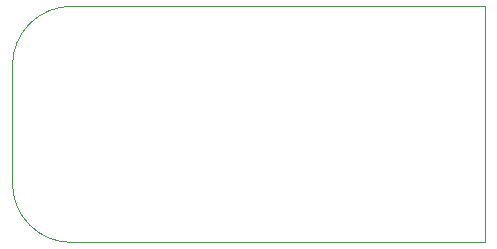
<source format=gbr>
G04 #@! TF.FileFunction,Profile,NP*
%FSLAX46Y46*%
G04 Gerber Fmt 4.6, Leading zero omitted, Abs format (unit mm)*
G04 Created by KiCad (PCBNEW 4.0.1-stable) date 25/01/2016 14:41:20*
%MOMM*%
G01*
G04 APERTURE LIST*
%ADD10C,0.150000*%
%ADD11C,0.100000*%
G04 APERTURE END LIST*
D10*
D11*
X153501100Y-105003600D02*
G75*
G02X148501100Y-100003600I0J5000000D01*
G01*
X188501100Y-105003600D02*
X153501100Y-105003600D01*
X188501100Y-85003600D02*
X188501100Y-105003600D01*
X153501100Y-85003600D02*
X188501100Y-85003600D01*
X148501100Y-90003600D02*
G75*
G02X153501100Y-85003600I5000000J0D01*
G01*
X148501100Y-100003600D02*
X148501100Y-90003600D01*
M02*

</source>
